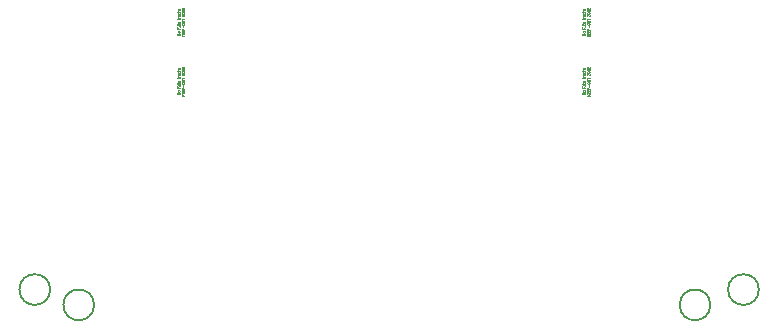
<source format=gbr>
%TF.GenerationSoftware,KiCad,Pcbnew,7.0.9*%
%TF.CreationDate,2023-12-20T17:33:09-07:00*%
%TF.ProjectId,vb_controller_pcb,76625f63-6f6e-4747-926f-6c6c65725f70,4a*%
%TF.SameCoordinates,Original*%
%TF.FileFunction,Other,Comment*%
%FSLAX46Y46*%
G04 Gerber Fmt 4.6, Leading zero omitted, Abs format (unit mm)*
G04 Created by KiCad (PCBNEW 7.0.9) date 2023-12-20 17:33:09*
%MOMM*%
%LPD*%
G01*
G04 APERTURE LIST*
%ADD10C,0.030000*%
%ADD11C,0.150000*%
G04 APERTURE END LIST*
D10*
X181770963Y-121240952D02*
X181570963Y-121240952D01*
X181570963Y-121240952D02*
X181770963Y-121126667D01*
X181770963Y-121126667D02*
X181570963Y-121126667D01*
X181770963Y-121002857D02*
X181761440Y-121021905D01*
X181761440Y-121021905D02*
X181751916Y-121031428D01*
X181751916Y-121031428D02*
X181732868Y-121040952D01*
X181732868Y-121040952D02*
X181675725Y-121040952D01*
X181675725Y-121040952D02*
X181656678Y-121031428D01*
X181656678Y-121031428D02*
X181647154Y-121021905D01*
X181647154Y-121021905D02*
X181637630Y-121002857D01*
X181637630Y-121002857D02*
X181637630Y-120974286D01*
X181637630Y-120974286D02*
X181647154Y-120955238D01*
X181647154Y-120955238D02*
X181656678Y-120945714D01*
X181656678Y-120945714D02*
X181675725Y-120936190D01*
X181675725Y-120936190D02*
X181732868Y-120936190D01*
X181732868Y-120936190D02*
X181751916Y-120945714D01*
X181751916Y-120945714D02*
X181761440Y-120955238D01*
X181761440Y-120955238D02*
X181770963Y-120974286D01*
X181770963Y-120974286D02*
X181770963Y-121002857D01*
X181666201Y-120631429D02*
X181666201Y-120698095D01*
X181770963Y-120698095D02*
X181570963Y-120698095D01*
X181570963Y-120698095D02*
X181570963Y-120602857D01*
X181751916Y-120526666D02*
X181761440Y-120517143D01*
X181761440Y-120517143D02*
X181770963Y-120526666D01*
X181770963Y-120526666D02*
X181761440Y-120536190D01*
X181761440Y-120536190D02*
X181751916Y-120526666D01*
X181751916Y-120526666D02*
X181770963Y-120526666D01*
X181751916Y-120317143D02*
X181761440Y-120326667D01*
X181761440Y-120326667D02*
X181770963Y-120355238D01*
X181770963Y-120355238D02*
X181770963Y-120374286D01*
X181770963Y-120374286D02*
X181761440Y-120402857D01*
X181761440Y-120402857D02*
X181742392Y-120421905D01*
X181742392Y-120421905D02*
X181723344Y-120431428D01*
X181723344Y-120431428D02*
X181685249Y-120440952D01*
X181685249Y-120440952D02*
X181656678Y-120440952D01*
X181656678Y-120440952D02*
X181618582Y-120431428D01*
X181618582Y-120431428D02*
X181599535Y-120421905D01*
X181599535Y-120421905D02*
X181580487Y-120402857D01*
X181580487Y-120402857D02*
X181570963Y-120374286D01*
X181570963Y-120374286D02*
X181570963Y-120355238D01*
X181570963Y-120355238D02*
X181580487Y-120326667D01*
X181580487Y-120326667D02*
X181590011Y-120317143D01*
X181637630Y-120145714D02*
X181770963Y-120145714D01*
X181637630Y-120231428D02*
X181742392Y-120231428D01*
X181742392Y-120231428D02*
X181761440Y-120221905D01*
X181761440Y-120221905D02*
X181770963Y-120202857D01*
X181770963Y-120202857D02*
X181770963Y-120174286D01*
X181770963Y-120174286D02*
X181761440Y-120155238D01*
X181761440Y-120155238D02*
X181751916Y-120145714D01*
X181637630Y-119926667D02*
X181637630Y-119850476D01*
X181570963Y-119898095D02*
X181742392Y-119898095D01*
X181742392Y-119898095D02*
X181761440Y-119888572D01*
X181761440Y-119888572D02*
X181770963Y-119869524D01*
X181770963Y-119869524D02*
X181770963Y-119850476D01*
X181770963Y-119783809D02*
X181637630Y-119783809D01*
X181675725Y-119783809D02*
X181656678Y-119774286D01*
X181656678Y-119774286D02*
X181647154Y-119764762D01*
X181647154Y-119764762D02*
X181637630Y-119745714D01*
X181637630Y-119745714D02*
X181637630Y-119726667D01*
X181770963Y-119574285D02*
X181666201Y-119574285D01*
X181666201Y-119574285D02*
X181647154Y-119583809D01*
X181647154Y-119583809D02*
X181637630Y-119602857D01*
X181637630Y-119602857D02*
X181637630Y-119640952D01*
X181637630Y-119640952D02*
X181647154Y-119659999D01*
X181761440Y-119574285D02*
X181770963Y-119593333D01*
X181770963Y-119593333D02*
X181770963Y-119640952D01*
X181770963Y-119640952D02*
X181761440Y-119659999D01*
X181761440Y-119659999D02*
X181742392Y-119669523D01*
X181742392Y-119669523D02*
X181723344Y-119669523D01*
X181723344Y-119669523D02*
X181704297Y-119659999D01*
X181704297Y-119659999D02*
X181694773Y-119640952D01*
X181694773Y-119640952D02*
X181694773Y-119593333D01*
X181694773Y-119593333D02*
X181685249Y-119574285D01*
X181761440Y-119393333D02*
X181770963Y-119412381D01*
X181770963Y-119412381D02*
X181770963Y-119450476D01*
X181770963Y-119450476D02*
X181761440Y-119469524D01*
X181761440Y-119469524D02*
X181751916Y-119479047D01*
X181751916Y-119479047D02*
X181732868Y-119488571D01*
X181732868Y-119488571D02*
X181675725Y-119488571D01*
X181675725Y-119488571D02*
X181656678Y-119479047D01*
X181656678Y-119479047D02*
X181647154Y-119469524D01*
X181647154Y-119469524D02*
X181637630Y-119450476D01*
X181637630Y-119450476D02*
X181637630Y-119412381D01*
X181637630Y-119412381D02*
X181647154Y-119393333D01*
X181770963Y-119307618D02*
X181570963Y-119307618D01*
X181694773Y-119288571D02*
X181770963Y-119231428D01*
X181637630Y-119231428D02*
X181713820Y-119307618D01*
X181761440Y-119155237D02*
X181770963Y-119136190D01*
X181770963Y-119136190D02*
X181770963Y-119098094D01*
X181770963Y-119098094D02*
X181761440Y-119079047D01*
X181761440Y-119079047D02*
X181742392Y-119069523D01*
X181742392Y-119069523D02*
X181732868Y-119069523D01*
X181732868Y-119069523D02*
X181713820Y-119079047D01*
X181713820Y-119079047D02*
X181704297Y-119098094D01*
X181704297Y-119098094D02*
X181704297Y-119126666D01*
X181704297Y-119126666D02*
X181694773Y-119145713D01*
X181694773Y-119145713D02*
X181675725Y-119155237D01*
X181675725Y-119155237D02*
X181666201Y-119155237D01*
X181666201Y-119155237D02*
X181647154Y-119145713D01*
X181647154Y-119145713D02*
X181637630Y-119126666D01*
X181637630Y-119126666D02*
X181637630Y-119098094D01*
X181637630Y-119098094D02*
X181647154Y-119079047D01*
X182170963Y-116374284D02*
X181970963Y-116374284D01*
X182170963Y-116259999D02*
X182056678Y-116345713D01*
X181970963Y-116259999D02*
X182085249Y-116374284D01*
X182066201Y-116174284D02*
X182066201Y-116107618D01*
X182170963Y-116079046D02*
X182170963Y-116174284D01*
X182170963Y-116174284D02*
X181970963Y-116174284D01*
X181970963Y-116174284D02*
X181970963Y-116079046D01*
X182066201Y-115993332D02*
X182066201Y-115926666D01*
X182170963Y-115898094D02*
X182170963Y-115993332D01*
X182170963Y-115993332D02*
X181970963Y-115993332D01*
X181970963Y-115993332D02*
X181970963Y-115898094D01*
X182170963Y-115812380D02*
X181970963Y-115812380D01*
X181970963Y-115812380D02*
X181970963Y-115736190D01*
X181970963Y-115736190D02*
X181980487Y-115717142D01*
X181980487Y-115717142D02*
X181990011Y-115707619D01*
X181990011Y-115707619D02*
X182009059Y-115698095D01*
X182009059Y-115698095D02*
X182037630Y-115698095D01*
X182037630Y-115698095D02*
X182056678Y-115707619D01*
X182056678Y-115707619D02*
X182066201Y-115717142D01*
X182066201Y-115717142D02*
X182075725Y-115736190D01*
X182075725Y-115736190D02*
X182075725Y-115812380D01*
X182094773Y-115612380D02*
X182094773Y-115460000D01*
X181970963Y-115326666D02*
X181970963Y-115288571D01*
X181970963Y-115288571D02*
X181980487Y-115269523D01*
X181980487Y-115269523D02*
X181999535Y-115250476D01*
X181999535Y-115250476D02*
X182037630Y-115240952D01*
X182037630Y-115240952D02*
X182104297Y-115240952D01*
X182104297Y-115240952D02*
X182142392Y-115250476D01*
X182142392Y-115250476D02*
X182161440Y-115269523D01*
X182161440Y-115269523D02*
X182170963Y-115288571D01*
X182170963Y-115288571D02*
X182170963Y-115326666D01*
X182170963Y-115326666D02*
X182161440Y-115345714D01*
X182161440Y-115345714D02*
X182142392Y-115364761D01*
X182142392Y-115364761D02*
X182104297Y-115374285D01*
X182104297Y-115374285D02*
X182037630Y-115374285D01*
X182037630Y-115374285D02*
X181999535Y-115364761D01*
X181999535Y-115364761D02*
X181980487Y-115345714D01*
X181980487Y-115345714D02*
X181970963Y-115326666D01*
X181970963Y-115155237D02*
X182132868Y-115155237D01*
X182132868Y-115155237D02*
X182151916Y-115145714D01*
X182151916Y-115145714D02*
X182161440Y-115136190D01*
X182161440Y-115136190D02*
X182170963Y-115117142D01*
X182170963Y-115117142D02*
X182170963Y-115079047D01*
X182170963Y-115079047D02*
X182161440Y-115059999D01*
X182161440Y-115059999D02*
X182151916Y-115050476D01*
X182151916Y-115050476D02*
X182132868Y-115040952D01*
X182132868Y-115040952D02*
X181970963Y-115040952D01*
X181970963Y-114974285D02*
X181970963Y-114859999D01*
X182170963Y-114917142D02*
X181970963Y-114917142D01*
X181970963Y-114659999D02*
X181970963Y-114526666D01*
X181970963Y-114526666D02*
X182170963Y-114659999D01*
X182170963Y-114659999D02*
X182170963Y-114526666D01*
X181970963Y-114412380D02*
X181970963Y-114374285D01*
X181970963Y-114374285D02*
X181980487Y-114355237D01*
X181980487Y-114355237D02*
X181999535Y-114336190D01*
X181999535Y-114336190D02*
X182037630Y-114326666D01*
X182037630Y-114326666D02*
X182104297Y-114326666D01*
X182104297Y-114326666D02*
X182142392Y-114336190D01*
X182142392Y-114336190D02*
X182161440Y-114355237D01*
X182161440Y-114355237D02*
X182170963Y-114374285D01*
X182170963Y-114374285D02*
X182170963Y-114412380D01*
X182170963Y-114412380D02*
X182161440Y-114431428D01*
X182161440Y-114431428D02*
X182142392Y-114450475D01*
X182142392Y-114450475D02*
X182104297Y-114459999D01*
X182104297Y-114459999D02*
X182037630Y-114459999D01*
X182037630Y-114459999D02*
X181999535Y-114450475D01*
X181999535Y-114450475D02*
X181980487Y-114431428D01*
X181980487Y-114431428D02*
X181970963Y-114412380D01*
X182170963Y-114240951D02*
X181970963Y-114240951D01*
X181970963Y-114240951D02*
X182170963Y-114126666D01*
X182170963Y-114126666D02*
X181970963Y-114126666D01*
X182066201Y-114031427D02*
X182066201Y-113964761D01*
X182170963Y-113936189D02*
X182170963Y-114031427D01*
X182170963Y-114031427D02*
X181970963Y-114031427D01*
X181970963Y-114031427D02*
X181970963Y-113936189D01*
X182170963Y-121374284D02*
X181970963Y-121374284D01*
X182170963Y-121259999D02*
X182056678Y-121345713D01*
X181970963Y-121259999D02*
X182085249Y-121374284D01*
X182066201Y-121174284D02*
X182066201Y-121107618D01*
X182170963Y-121079046D02*
X182170963Y-121174284D01*
X182170963Y-121174284D02*
X181970963Y-121174284D01*
X181970963Y-121174284D02*
X181970963Y-121079046D01*
X182066201Y-120993332D02*
X182066201Y-120926666D01*
X182170963Y-120898094D02*
X182170963Y-120993332D01*
X182170963Y-120993332D02*
X181970963Y-120993332D01*
X181970963Y-120993332D02*
X181970963Y-120898094D01*
X182170963Y-120812380D02*
X181970963Y-120812380D01*
X181970963Y-120812380D02*
X181970963Y-120736190D01*
X181970963Y-120736190D02*
X181980487Y-120717142D01*
X181980487Y-120717142D02*
X181990011Y-120707619D01*
X181990011Y-120707619D02*
X182009059Y-120698095D01*
X182009059Y-120698095D02*
X182037630Y-120698095D01*
X182037630Y-120698095D02*
X182056678Y-120707619D01*
X182056678Y-120707619D02*
X182066201Y-120717142D01*
X182066201Y-120717142D02*
X182075725Y-120736190D01*
X182075725Y-120736190D02*
X182075725Y-120812380D01*
X182094773Y-120612380D02*
X182094773Y-120460000D01*
X181970963Y-120326666D02*
X181970963Y-120288571D01*
X181970963Y-120288571D02*
X181980487Y-120269523D01*
X181980487Y-120269523D02*
X181999535Y-120250476D01*
X181999535Y-120250476D02*
X182037630Y-120240952D01*
X182037630Y-120240952D02*
X182104297Y-120240952D01*
X182104297Y-120240952D02*
X182142392Y-120250476D01*
X182142392Y-120250476D02*
X182161440Y-120269523D01*
X182161440Y-120269523D02*
X182170963Y-120288571D01*
X182170963Y-120288571D02*
X182170963Y-120326666D01*
X182170963Y-120326666D02*
X182161440Y-120345714D01*
X182161440Y-120345714D02*
X182142392Y-120364761D01*
X182142392Y-120364761D02*
X182104297Y-120374285D01*
X182104297Y-120374285D02*
X182037630Y-120374285D01*
X182037630Y-120374285D02*
X181999535Y-120364761D01*
X181999535Y-120364761D02*
X181980487Y-120345714D01*
X181980487Y-120345714D02*
X181970963Y-120326666D01*
X181970963Y-120155237D02*
X182132868Y-120155237D01*
X182132868Y-120155237D02*
X182151916Y-120145714D01*
X182151916Y-120145714D02*
X182161440Y-120136190D01*
X182161440Y-120136190D02*
X182170963Y-120117142D01*
X182170963Y-120117142D02*
X182170963Y-120079047D01*
X182170963Y-120079047D02*
X182161440Y-120059999D01*
X182161440Y-120059999D02*
X182151916Y-120050476D01*
X182151916Y-120050476D02*
X182132868Y-120040952D01*
X182132868Y-120040952D02*
X181970963Y-120040952D01*
X181970963Y-119974285D02*
X181970963Y-119859999D01*
X182170963Y-119917142D02*
X181970963Y-119917142D01*
X181970963Y-119659999D02*
X181970963Y-119526666D01*
X181970963Y-119526666D02*
X182170963Y-119659999D01*
X182170963Y-119659999D02*
X182170963Y-119526666D01*
X181970963Y-119412380D02*
X181970963Y-119374285D01*
X181970963Y-119374285D02*
X181980487Y-119355237D01*
X181980487Y-119355237D02*
X181999535Y-119336190D01*
X181999535Y-119336190D02*
X182037630Y-119326666D01*
X182037630Y-119326666D02*
X182104297Y-119326666D01*
X182104297Y-119326666D02*
X182142392Y-119336190D01*
X182142392Y-119336190D02*
X182161440Y-119355237D01*
X182161440Y-119355237D02*
X182170963Y-119374285D01*
X182170963Y-119374285D02*
X182170963Y-119412380D01*
X182170963Y-119412380D02*
X182161440Y-119431428D01*
X182161440Y-119431428D02*
X182142392Y-119450475D01*
X182142392Y-119450475D02*
X182104297Y-119459999D01*
X182104297Y-119459999D02*
X182037630Y-119459999D01*
X182037630Y-119459999D02*
X181999535Y-119450475D01*
X181999535Y-119450475D02*
X181980487Y-119431428D01*
X181980487Y-119431428D02*
X181970963Y-119412380D01*
X182170963Y-119240951D02*
X181970963Y-119240951D01*
X181970963Y-119240951D02*
X182170963Y-119126666D01*
X182170963Y-119126666D02*
X181970963Y-119126666D01*
X182066201Y-119031427D02*
X182066201Y-118964761D01*
X182170963Y-118936189D02*
X182170963Y-119031427D01*
X182170963Y-119031427D02*
X181970963Y-119031427D01*
X181970963Y-119031427D02*
X181970963Y-118936189D01*
X181770963Y-116240952D02*
X181570963Y-116240952D01*
X181570963Y-116240952D02*
X181770963Y-116126667D01*
X181770963Y-116126667D02*
X181570963Y-116126667D01*
X181770963Y-116002857D02*
X181761440Y-116021905D01*
X181761440Y-116021905D02*
X181751916Y-116031428D01*
X181751916Y-116031428D02*
X181732868Y-116040952D01*
X181732868Y-116040952D02*
X181675725Y-116040952D01*
X181675725Y-116040952D02*
X181656678Y-116031428D01*
X181656678Y-116031428D02*
X181647154Y-116021905D01*
X181647154Y-116021905D02*
X181637630Y-116002857D01*
X181637630Y-116002857D02*
X181637630Y-115974286D01*
X181637630Y-115974286D02*
X181647154Y-115955238D01*
X181647154Y-115955238D02*
X181656678Y-115945714D01*
X181656678Y-115945714D02*
X181675725Y-115936190D01*
X181675725Y-115936190D02*
X181732868Y-115936190D01*
X181732868Y-115936190D02*
X181751916Y-115945714D01*
X181751916Y-115945714D02*
X181761440Y-115955238D01*
X181761440Y-115955238D02*
X181770963Y-115974286D01*
X181770963Y-115974286D02*
X181770963Y-116002857D01*
X181666201Y-115631429D02*
X181666201Y-115698095D01*
X181770963Y-115698095D02*
X181570963Y-115698095D01*
X181570963Y-115698095D02*
X181570963Y-115602857D01*
X181751916Y-115526666D02*
X181761440Y-115517143D01*
X181761440Y-115517143D02*
X181770963Y-115526666D01*
X181770963Y-115526666D02*
X181761440Y-115536190D01*
X181761440Y-115536190D02*
X181751916Y-115526666D01*
X181751916Y-115526666D02*
X181770963Y-115526666D01*
X181751916Y-115317143D02*
X181761440Y-115326667D01*
X181761440Y-115326667D02*
X181770963Y-115355238D01*
X181770963Y-115355238D02*
X181770963Y-115374286D01*
X181770963Y-115374286D02*
X181761440Y-115402857D01*
X181761440Y-115402857D02*
X181742392Y-115421905D01*
X181742392Y-115421905D02*
X181723344Y-115431428D01*
X181723344Y-115431428D02*
X181685249Y-115440952D01*
X181685249Y-115440952D02*
X181656678Y-115440952D01*
X181656678Y-115440952D02*
X181618582Y-115431428D01*
X181618582Y-115431428D02*
X181599535Y-115421905D01*
X181599535Y-115421905D02*
X181580487Y-115402857D01*
X181580487Y-115402857D02*
X181570963Y-115374286D01*
X181570963Y-115374286D02*
X181570963Y-115355238D01*
X181570963Y-115355238D02*
X181580487Y-115326667D01*
X181580487Y-115326667D02*
X181590011Y-115317143D01*
X181637630Y-115145714D02*
X181770963Y-115145714D01*
X181637630Y-115231428D02*
X181742392Y-115231428D01*
X181742392Y-115231428D02*
X181761440Y-115221905D01*
X181761440Y-115221905D02*
X181770963Y-115202857D01*
X181770963Y-115202857D02*
X181770963Y-115174286D01*
X181770963Y-115174286D02*
X181761440Y-115155238D01*
X181761440Y-115155238D02*
X181751916Y-115145714D01*
X181637630Y-114926667D02*
X181637630Y-114850476D01*
X181570963Y-114898095D02*
X181742392Y-114898095D01*
X181742392Y-114898095D02*
X181761440Y-114888572D01*
X181761440Y-114888572D02*
X181770963Y-114869524D01*
X181770963Y-114869524D02*
X181770963Y-114850476D01*
X181770963Y-114783809D02*
X181637630Y-114783809D01*
X181675725Y-114783809D02*
X181656678Y-114774286D01*
X181656678Y-114774286D02*
X181647154Y-114764762D01*
X181647154Y-114764762D02*
X181637630Y-114745714D01*
X181637630Y-114745714D02*
X181637630Y-114726667D01*
X181770963Y-114574285D02*
X181666201Y-114574285D01*
X181666201Y-114574285D02*
X181647154Y-114583809D01*
X181647154Y-114583809D02*
X181637630Y-114602857D01*
X181637630Y-114602857D02*
X181637630Y-114640952D01*
X181637630Y-114640952D02*
X181647154Y-114659999D01*
X181761440Y-114574285D02*
X181770963Y-114593333D01*
X181770963Y-114593333D02*
X181770963Y-114640952D01*
X181770963Y-114640952D02*
X181761440Y-114659999D01*
X181761440Y-114659999D02*
X181742392Y-114669523D01*
X181742392Y-114669523D02*
X181723344Y-114669523D01*
X181723344Y-114669523D02*
X181704297Y-114659999D01*
X181704297Y-114659999D02*
X181694773Y-114640952D01*
X181694773Y-114640952D02*
X181694773Y-114593333D01*
X181694773Y-114593333D02*
X181685249Y-114574285D01*
X181761440Y-114393333D02*
X181770963Y-114412381D01*
X181770963Y-114412381D02*
X181770963Y-114450476D01*
X181770963Y-114450476D02*
X181761440Y-114469524D01*
X181761440Y-114469524D02*
X181751916Y-114479047D01*
X181751916Y-114479047D02*
X181732868Y-114488571D01*
X181732868Y-114488571D02*
X181675725Y-114488571D01*
X181675725Y-114488571D02*
X181656678Y-114479047D01*
X181656678Y-114479047D02*
X181647154Y-114469524D01*
X181647154Y-114469524D02*
X181637630Y-114450476D01*
X181637630Y-114450476D02*
X181637630Y-114412381D01*
X181637630Y-114412381D02*
X181647154Y-114393333D01*
X181770963Y-114307618D02*
X181570963Y-114307618D01*
X181694773Y-114288571D02*
X181770963Y-114231428D01*
X181637630Y-114231428D02*
X181713820Y-114307618D01*
X181761440Y-114155237D02*
X181770963Y-114136190D01*
X181770963Y-114136190D02*
X181770963Y-114098094D01*
X181770963Y-114098094D02*
X181761440Y-114079047D01*
X181761440Y-114079047D02*
X181742392Y-114069523D01*
X181742392Y-114069523D02*
X181732868Y-114069523D01*
X181732868Y-114069523D02*
X181713820Y-114079047D01*
X181713820Y-114079047D02*
X181704297Y-114098094D01*
X181704297Y-114098094D02*
X181704297Y-114126666D01*
X181704297Y-114126666D02*
X181694773Y-114145713D01*
X181694773Y-114145713D02*
X181675725Y-114155237D01*
X181675725Y-114155237D02*
X181666201Y-114155237D01*
X181666201Y-114155237D02*
X181647154Y-114145713D01*
X181647154Y-114145713D02*
X181637630Y-114126666D01*
X181637630Y-114126666D02*
X181637630Y-114098094D01*
X181637630Y-114098094D02*
X181647154Y-114079047D01*
X147866461Y-121374284D02*
X147666461Y-121374284D01*
X147866461Y-121259999D02*
X147752176Y-121345713D01*
X147666461Y-121259999D02*
X147780747Y-121374284D01*
X147761699Y-121174284D02*
X147761699Y-121107618D01*
X147866461Y-121079046D02*
X147866461Y-121174284D01*
X147866461Y-121174284D02*
X147666461Y-121174284D01*
X147666461Y-121174284D02*
X147666461Y-121079046D01*
X147761699Y-120993332D02*
X147761699Y-120926666D01*
X147866461Y-120898094D02*
X147866461Y-120993332D01*
X147866461Y-120993332D02*
X147666461Y-120993332D01*
X147666461Y-120993332D02*
X147666461Y-120898094D01*
X147866461Y-120812380D02*
X147666461Y-120812380D01*
X147666461Y-120812380D02*
X147666461Y-120736190D01*
X147666461Y-120736190D02*
X147675985Y-120717142D01*
X147675985Y-120717142D02*
X147685509Y-120707619D01*
X147685509Y-120707619D02*
X147704557Y-120698095D01*
X147704557Y-120698095D02*
X147733128Y-120698095D01*
X147733128Y-120698095D02*
X147752176Y-120707619D01*
X147752176Y-120707619D02*
X147761699Y-120717142D01*
X147761699Y-120717142D02*
X147771223Y-120736190D01*
X147771223Y-120736190D02*
X147771223Y-120812380D01*
X147790271Y-120612380D02*
X147790271Y-120460000D01*
X147666461Y-120326666D02*
X147666461Y-120288571D01*
X147666461Y-120288571D02*
X147675985Y-120269523D01*
X147675985Y-120269523D02*
X147695033Y-120250476D01*
X147695033Y-120250476D02*
X147733128Y-120240952D01*
X147733128Y-120240952D02*
X147799795Y-120240952D01*
X147799795Y-120240952D02*
X147837890Y-120250476D01*
X147837890Y-120250476D02*
X147856938Y-120269523D01*
X147856938Y-120269523D02*
X147866461Y-120288571D01*
X147866461Y-120288571D02*
X147866461Y-120326666D01*
X147866461Y-120326666D02*
X147856938Y-120345714D01*
X147856938Y-120345714D02*
X147837890Y-120364761D01*
X147837890Y-120364761D02*
X147799795Y-120374285D01*
X147799795Y-120374285D02*
X147733128Y-120374285D01*
X147733128Y-120374285D02*
X147695033Y-120364761D01*
X147695033Y-120364761D02*
X147675985Y-120345714D01*
X147675985Y-120345714D02*
X147666461Y-120326666D01*
X147666461Y-120155237D02*
X147828366Y-120155237D01*
X147828366Y-120155237D02*
X147847414Y-120145714D01*
X147847414Y-120145714D02*
X147856938Y-120136190D01*
X147856938Y-120136190D02*
X147866461Y-120117142D01*
X147866461Y-120117142D02*
X147866461Y-120079047D01*
X147866461Y-120079047D02*
X147856938Y-120059999D01*
X147856938Y-120059999D02*
X147847414Y-120050476D01*
X147847414Y-120050476D02*
X147828366Y-120040952D01*
X147828366Y-120040952D02*
X147666461Y-120040952D01*
X147666461Y-119974285D02*
X147666461Y-119859999D01*
X147866461Y-119917142D02*
X147666461Y-119917142D01*
X147666461Y-119659999D02*
X147666461Y-119526666D01*
X147666461Y-119526666D02*
X147866461Y-119659999D01*
X147866461Y-119659999D02*
X147866461Y-119526666D01*
X147666461Y-119412380D02*
X147666461Y-119374285D01*
X147666461Y-119374285D02*
X147675985Y-119355237D01*
X147675985Y-119355237D02*
X147695033Y-119336190D01*
X147695033Y-119336190D02*
X147733128Y-119326666D01*
X147733128Y-119326666D02*
X147799795Y-119326666D01*
X147799795Y-119326666D02*
X147837890Y-119336190D01*
X147837890Y-119336190D02*
X147856938Y-119355237D01*
X147856938Y-119355237D02*
X147866461Y-119374285D01*
X147866461Y-119374285D02*
X147866461Y-119412380D01*
X147866461Y-119412380D02*
X147856938Y-119431428D01*
X147856938Y-119431428D02*
X147837890Y-119450475D01*
X147837890Y-119450475D02*
X147799795Y-119459999D01*
X147799795Y-119459999D02*
X147733128Y-119459999D01*
X147733128Y-119459999D02*
X147695033Y-119450475D01*
X147695033Y-119450475D02*
X147675985Y-119431428D01*
X147675985Y-119431428D02*
X147666461Y-119412380D01*
X147866461Y-119240951D02*
X147666461Y-119240951D01*
X147666461Y-119240951D02*
X147866461Y-119126666D01*
X147866461Y-119126666D02*
X147666461Y-119126666D01*
X147761699Y-119031427D02*
X147761699Y-118964761D01*
X147866461Y-118936189D02*
X147866461Y-119031427D01*
X147866461Y-119031427D02*
X147666461Y-119031427D01*
X147666461Y-119031427D02*
X147666461Y-118936189D01*
X147466461Y-116240952D02*
X147266461Y-116240952D01*
X147266461Y-116240952D02*
X147466461Y-116126667D01*
X147466461Y-116126667D02*
X147266461Y-116126667D01*
X147466461Y-116002857D02*
X147456938Y-116021905D01*
X147456938Y-116021905D02*
X147447414Y-116031428D01*
X147447414Y-116031428D02*
X147428366Y-116040952D01*
X147428366Y-116040952D02*
X147371223Y-116040952D01*
X147371223Y-116040952D02*
X147352176Y-116031428D01*
X147352176Y-116031428D02*
X147342652Y-116021905D01*
X147342652Y-116021905D02*
X147333128Y-116002857D01*
X147333128Y-116002857D02*
X147333128Y-115974286D01*
X147333128Y-115974286D02*
X147342652Y-115955238D01*
X147342652Y-115955238D02*
X147352176Y-115945714D01*
X147352176Y-115945714D02*
X147371223Y-115936190D01*
X147371223Y-115936190D02*
X147428366Y-115936190D01*
X147428366Y-115936190D02*
X147447414Y-115945714D01*
X147447414Y-115945714D02*
X147456938Y-115955238D01*
X147456938Y-115955238D02*
X147466461Y-115974286D01*
X147466461Y-115974286D02*
X147466461Y-116002857D01*
X147361699Y-115631429D02*
X147361699Y-115698095D01*
X147466461Y-115698095D02*
X147266461Y-115698095D01*
X147266461Y-115698095D02*
X147266461Y-115602857D01*
X147447414Y-115526666D02*
X147456938Y-115517143D01*
X147456938Y-115517143D02*
X147466461Y-115526666D01*
X147466461Y-115526666D02*
X147456938Y-115536190D01*
X147456938Y-115536190D02*
X147447414Y-115526666D01*
X147447414Y-115526666D02*
X147466461Y-115526666D01*
X147447414Y-115317143D02*
X147456938Y-115326667D01*
X147456938Y-115326667D02*
X147466461Y-115355238D01*
X147466461Y-115355238D02*
X147466461Y-115374286D01*
X147466461Y-115374286D02*
X147456938Y-115402857D01*
X147456938Y-115402857D02*
X147437890Y-115421905D01*
X147437890Y-115421905D02*
X147418842Y-115431428D01*
X147418842Y-115431428D02*
X147380747Y-115440952D01*
X147380747Y-115440952D02*
X147352176Y-115440952D01*
X147352176Y-115440952D02*
X147314080Y-115431428D01*
X147314080Y-115431428D02*
X147295033Y-115421905D01*
X147295033Y-115421905D02*
X147275985Y-115402857D01*
X147275985Y-115402857D02*
X147266461Y-115374286D01*
X147266461Y-115374286D02*
X147266461Y-115355238D01*
X147266461Y-115355238D02*
X147275985Y-115326667D01*
X147275985Y-115326667D02*
X147285509Y-115317143D01*
X147333128Y-115145714D02*
X147466461Y-115145714D01*
X147333128Y-115231428D02*
X147437890Y-115231428D01*
X147437890Y-115231428D02*
X147456938Y-115221905D01*
X147456938Y-115221905D02*
X147466461Y-115202857D01*
X147466461Y-115202857D02*
X147466461Y-115174286D01*
X147466461Y-115174286D02*
X147456938Y-115155238D01*
X147456938Y-115155238D02*
X147447414Y-115145714D01*
X147333128Y-114926667D02*
X147333128Y-114850476D01*
X147266461Y-114898095D02*
X147437890Y-114898095D01*
X147437890Y-114898095D02*
X147456938Y-114888572D01*
X147456938Y-114888572D02*
X147466461Y-114869524D01*
X147466461Y-114869524D02*
X147466461Y-114850476D01*
X147466461Y-114783809D02*
X147333128Y-114783809D01*
X147371223Y-114783809D02*
X147352176Y-114774286D01*
X147352176Y-114774286D02*
X147342652Y-114764762D01*
X147342652Y-114764762D02*
X147333128Y-114745714D01*
X147333128Y-114745714D02*
X147333128Y-114726667D01*
X147466461Y-114574285D02*
X147361699Y-114574285D01*
X147361699Y-114574285D02*
X147342652Y-114583809D01*
X147342652Y-114583809D02*
X147333128Y-114602857D01*
X147333128Y-114602857D02*
X147333128Y-114640952D01*
X147333128Y-114640952D02*
X147342652Y-114659999D01*
X147456938Y-114574285D02*
X147466461Y-114593333D01*
X147466461Y-114593333D02*
X147466461Y-114640952D01*
X147466461Y-114640952D02*
X147456938Y-114659999D01*
X147456938Y-114659999D02*
X147437890Y-114669523D01*
X147437890Y-114669523D02*
X147418842Y-114669523D01*
X147418842Y-114669523D02*
X147399795Y-114659999D01*
X147399795Y-114659999D02*
X147390271Y-114640952D01*
X147390271Y-114640952D02*
X147390271Y-114593333D01*
X147390271Y-114593333D02*
X147380747Y-114574285D01*
X147456938Y-114393333D02*
X147466461Y-114412381D01*
X147466461Y-114412381D02*
X147466461Y-114450476D01*
X147466461Y-114450476D02*
X147456938Y-114469524D01*
X147456938Y-114469524D02*
X147447414Y-114479047D01*
X147447414Y-114479047D02*
X147428366Y-114488571D01*
X147428366Y-114488571D02*
X147371223Y-114488571D01*
X147371223Y-114488571D02*
X147352176Y-114479047D01*
X147352176Y-114479047D02*
X147342652Y-114469524D01*
X147342652Y-114469524D02*
X147333128Y-114450476D01*
X147333128Y-114450476D02*
X147333128Y-114412381D01*
X147333128Y-114412381D02*
X147342652Y-114393333D01*
X147466461Y-114307618D02*
X147266461Y-114307618D01*
X147390271Y-114288571D02*
X147466461Y-114231428D01*
X147333128Y-114231428D02*
X147409318Y-114307618D01*
X147456938Y-114155237D02*
X147466461Y-114136190D01*
X147466461Y-114136190D02*
X147466461Y-114098094D01*
X147466461Y-114098094D02*
X147456938Y-114079047D01*
X147456938Y-114079047D02*
X147437890Y-114069523D01*
X147437890Y-114069523D02*
X147428366Y-114069523D01*
X147428366Y-114069523D02*
X147409318Y-114079047D01*
X147409318Y-114079047D02*
X147399795Y-114098094D01*
X147399795Y-114098094D02*
X147399795Y-114126666D01*
X147399795Y-114126666D02*
X147390271Y-114145713D01*
X147390271Y-114145713D02*
X147371223Y-114155237D01*
X147371223Y-114155237D02*
X147361699Y-114155237D01*
X147361699Y-114155237D02*
X147342652Y-114145713D01*
X147342652Y-114145713D02*
X147333128Y-114126666D01*
X147333128Y-114126666D02*
X147333128Y-114098094D01*
X147333128Y-114098094D02*
X147342652Y-114079047D01*
X147466461Y-121240952D02*
X147266461Y-121240952D01*
X147266461Y-121240952D02*
X147466461Y-121126667D01*
X147466461Y-121126667D02*
X147266461Y-121126667D01*
X147466461Y-121002857D02*
X147456938Y-121021905D01*
X147456938Y-121021905D02*
X147447414Y-121031428D01*
X147447414Y-121031428D02*
X147428366Y-121040952D01*
X147428366Y-121040952D02*
X147371223Y-121040952D01*
X147371223Y-121040952D02*
X147352176Y-121031428D01*
X147352176Y-121031428D02*
X147342652Y-121021905D01*
X147342652Y-121021905D02*
X147333128Y-121002857D01*
X147333128Y-121002857D02*
X147333128Y-120974286D01*
X147333128Y-120974286D02*
X147342652Y-120955238D01*
X147342652Y-120955238D02*
X147352176Y-120945714D01*
X147352176Y-120945714D02*
X147371223Y-120936190D01*
X147371223Y-120936190D02*
X147428366Y-120936190D01*
X147428366Y-120936190D02*
X147447414Y-120945714D01*
X147447414Y-120945714D02*
X147456938Y-120955238D01*
X147456938Y-120955238D02*
X147466461Y-120974286D01*
X147466461Y-120974286D02*
X147466461Y-121002857D01*
X147361699Y-120631429D02*
X147361699Y-120698095D01*
X147466461Y-120698095D02*
X147266461Y-120698095D01*
X147266461Y-120698095D02*
X147266461Y-120602857D01*
X147447414Y-120526666D02*
X147456938Y-120517143D01*
X147456938Y-120517143D02*
X147466461Y-120526666D01*
X147466461Y-120526666D02*
X147456938Y-120536190D01*
X147456938Y-120536190D02*
X147447414Y-120526666D01*
X147447414Y-120526666D02*
X147466461Y-120526666D01*
X147447414Y-120317143D02*
X147456938Y-120326667D01*
X147456938Y-120326667D02*
X147466461Y-120355238D01*
X147466461Y-120355238D02*
X147466461Y-120374286D01*
X147466461Y-120374286D02*
X147456938Y-120402857D01*
X147456938Y-120402857D02*
X147437890Y-120421905D01*
X147437890Y-120421905D02*
X147418842Y-120431428D01*
X147418842Y-120431428D02*
X147380747Y-120440952D01*
X147380747Y-120440952D02*
X147352176Y-120440952D01*
X147352176Y-120440952D02*
X147314080Y-120431428D01*
X147314080Y-120431428D02*
X147295033Y-120421905D01*
X147295033Y-120421905D02*
X147275985Y-120402857D01*
X147275985Y-120402857D02*
X147266461Y-120374286D01*
X147266461Y-120374286D02*
X147266461Y-120355238D01*
X147266461Y-120355238D02*
X147275985Y-120326667D01*
X147275985Y-120326667D02*
X147285509Y-120317143D01*
X147333128Y-120145714D02*
X147466461Y-120145714D01*
X147333128Y-120231428D02*
X147437890Y-120231428D01*
X147437890Y-120231428D02*
X147456938Y-120221905D01*
X147456938Y-120221905D02*
X147466461Y-120202857D01*
X147466461Y-120202857D02*
X147466461Y-120174286D01*
X147466461Y-120174286D02*
X147456938Y-120155238D01*
X147456938Y-120155238D02*
X147447414Y-120145714D01*
X147333128Y-119926667D02*
X147333128Y-119850476D01*
X147266461Y-119898095D02*
X147437890Y-119898095D01*
X147437890Y-119898095D02*
X147456938Y-119888572D01*
X147456938Y-119888572D02*
X147466461Y-119869524D01*
X147466461Y-119869524D02*
X147466461Y-119850476D01*
X147466461Y-119783809D02*
X147333128Y-119783809D01*
X147371223Y-119783809D02*
X147352176Y-119774286D01*
X147352176Y-119774286D02*
X147342652Y-119764762D01*
X147342652Y-119764762D02*
X147333128Y-119745714D01*
X147333128Y-119745714D02*
X147333128Y-119726667D01*
X147466461Y-119574285D02*
X147361699Y-119574285D01*
X147361699Y-119574285D02*
X147342652Y-119583809D01*
X147342652Y-119583809D02*
X147333128Y-119602857D01*
X147333128Y-119602857D02*
X147333128Y-119640952D01*
X147333128Y-119640952D02*
X147342652Y-119659999D01*
X147456938Y-119574285D02*
X147466461Y-119593333D01*
X147466461Y-119593333D02*
X147466461Y-119640952D01*
X147466461Y-119640952D02*
X147456938Y-119659999D01*
X147456938Y-119659999D02*
X147437890Y-119669523D01*
X147437890Y-119669523D02*
X147418842Y-119669523D01*
X147418842Y-119669523D02*
X147399795Y-119659999D01*
X147399795Y-119659999D02*
X147390271Y-119640952D01*
X147390271Y-119640952D02*
X147390271Y-119593333D01*
X147390271Y-119593333D02*
X147380747Y-119574285D01*
X147456938Y-119393333D02*
X147466461Y-119412381D01*
X147466461Y-119412381D02*
X147466461Y-119450476D01*
X147466461Y-119450476D02*
X147456938Y-119469524D01*
X147456938Y-119469524D02*
X147447414Y-119479047D01*
X147447414Y-119479047D02*
X147428366Y-119488571D01*
X147428366Y-119488571D02*
X147371223Y-119488571D01*
X147371223Y-119488571D02*
X147352176Y-119479047D01*
X147352176Y-119479047D02*
X147342652Y-119469524D01*
X147342652Y-119469524D02*
X147333128Y-119450476D01*
X147333128Y-119450476D02*
X147333128Y-119412381D01*
X147333128Y-119412381D02*
X147342652Y-119393333D01*
X147466461Y-119307618D02*
X147266461Y-119307618D01*
X147390271Y-119288571D02*
X147466461Y-119231428D01*
X147333128Y-119231428D02*
X147409318Y-119307618D01*
X147456938Y-119155237D02*
X147466461Y-119136190D01*
X147466461Y-119136190D02*
X147466461Y-119098094D01*
X147466461Y-119098094D02*
X147456938Y-119079047D01*
X147456938Y-119079047D02*
X147437890Y-119069523D01*
X147437890Y-119069523D02*
X147428366Y-119069523D01*
X147428366Y-119069523D02*
X147409318Y-119079047D01*
X147409318Y-119079047D02*
X147399795Y-119098094D01*
X147399795Y-119098094D02*
X147399795Y-119126666D01*
X147399795Y-119126666D02*
X147390271Y-119145713D01*
X147390271Y-119145713D02*
X147371223Y-119155237D01*
X147371223Y-119155237D02*
X147361699Y-119155237D01*
X147361699Y-119155237D02*
X147342652Y-119145713D01*
X147342652Y-119145713D02*
X147333128Y-119126666D01*
X147333128Y-119126666D02*
X147333128Y-119098094D01*
X147333128Y-119098094D02*
X147342652Y-119079047D01*
X147866461Y-116374284D02*
X147666461Y-116374284D01*
X147866461Y-116259999D02*
X147752176Y-116345713D01*
X147666461Y-116259999D02*
X147780747Y-116374284D01*
X147761699Y-116174284D02*
X147761699Y-116107618D01*
X147866461Y-116079046D02*
X147866461Y-116174284D01*
X147866461Y-116174284D02*
X147666461Y-116174284D01*
X147666461Y-116174284D02*
X147666461Y-116079046D01*
X147761699Y-115993332D02*
X147761699Y-115926666D01*
X147866461Y-115898094D02*
X147866461Y-115993332D01*
X147866461Y-115993332D02*
X147666461Y-115993332D01*
X147666461Y-115993332D02*
X147666461Y-115898094D01*
X147866461Y-115812380D02*
X147666461Y-115812380D01*
X147666461Y-115812380D02*
X147666461Y-115736190D01*
X147666461Y-115736190D02*
X147675985Y-115717142D01*
X147675985Y-115717142D02*
X147685509Y-115707619D01*
X147685509Y-115707619D02*
X147704557Y-115698095D01*
X147704557Y-115698095D02*
X147733128Y-115698095D01*
X147733128Y-115698095D02*
X147752176Y-115707619D01*
X147752176Y-115707619D02*
X147761699Y-115717142D01*
X147761699Y-115717142D02*
X147771223Y-115736190D01*
X147771223Y-115736190D02*
X147771223Y-115812380D01*
X147790271Y-115612380D02*
X147790271Y-115460000D01*
X147666461Y-115326666D02*
X147666461Y-115288571D01*
X147666461Y-115288571D02*
X147675985Y-115269523D01*
X147675985Y-115269523D02*
X147695033Y-115250476D01*
X147695033Y-115250476D02*
X147733128Y-115240952D01*
X147733128Y-115240952D02*
X147799795Y-115240952D01*
X147799795Y-115240952D02*
X147837890Y-115250476D01*
X147837890Y-115250476D02*
X147856938Y-115269523D01*
X147856938Y-115269523D02*
X147866461Y-115288571D01*
X147866461Y-115288571D02*
X147866461Y-115326666D01*
X147866461Y-115326666D02*
X147856938Y-115345714D01*
X147856938Y-115345714D02*
X147837890Y-115364761D01*
X147837890Y-115364761D02*
X147799795Y-115374285D01*
X147799795Y-115374285D02*
X147733128Y-115374285D01*
X147733128Y-115374285D02*
X147695033Y-115364761D01*
X147695033Y-115364761D02*
X147675985Y-115345714D01*
X147675985Y-115345714D02*
X147666461Y-115326666D01*
X147666461Y-115155237D02*
X147828366Y-115155237D01*
X147828366Y-115155237D02*
X147847414Y-115145714D01*
X147847414Y-115145714D02*
X147856938Y-115136190D01*
X147856938Y-115136190D02*
X147866461Y-115117142D01*
X147866461Y-115117142D02*
X147866461Y-115079047D01*
X147866461Y-115079047D02*
X147856938Y-115059999D01*
X147856938Y-115059999D02*
X147847414Y-115050476D01*
X147847414Y-115050476D02*
X147828366Y-115040952D01*
X147828366Y-115040952D02*
X147666461Y-115040952D01*
X147666461Y-114974285D02*
X147666461Y-114859999D01*
X147866461Y-114917142D02*
X147666461Y-114917142D01*
X147666461Y-114659999D02*
X147666461Y-114526666D01*
X147666461Y-114526666D02*
X147866461Y-114659999D01*
X147866461Y-114659999D02*
X147866461Y-114526666D01*
X147666461Y-114412380D02*
X147666461Y-114374285D01*
X147666461Y-114374285D02*
X147675985Y-114355237D01*
X147675985Y-114355237D02*
X147695033Y-114336190D01*
X147695033Y-114336190D02*
X147733128Y-114326666D01*
X147733128Y-114326666D02*
X147799795Y-114326666D01*
X147799795Y-114326666D02*
X147837890Y-114336190D01*
X147837890Y-114336190D02*
X147856938Y-114355237D01*
X147856938Y-114355237D02*
X147866461Y-114374285D01*
X147866461Y-114374285D02*
X147866461Y-114412380D01*
X147866461Y-114412380D02*
X147856938Y-114431428D01*
X147856938Y-114431428D02*
X147837890Y-114450475D01*
X147837890Y-114450475D02*
X147799795Y-114459999D01*
X147799795Y-114459999D02*
X147733128Y-114459999D01*
X147733128Y-114459999D02*
X147695033Y-114450475D01*
X147695033Y-114450475D02*
X147675985Y-114431428D01*
X147675985Y-114431428D02*
X147666461Y-114412380D01*
X147866461Y-114240951D02*
X147666461Y-114240951D01*
X147666461Y-114240951D02*
X147866461Y-114126666D01*
X147866461Y-114126666D02*
X147666461Y-114126666D01*
X147761699Y-114031427D02*
X147761699Y-113964761D01*
X147866461Y-113936189D02*
X147866461Y-114031427D01*
X147866461Y-114031427D02*
X147666461Y-114031427D01*
X147666461Y-114031427D02*
X147666461Y-113936189D01*
D11*
%TO.C,JW1*%
X196500000Y-137800000D02*
G75*
G03*
X196500000Y-137800000I-1300000J0D01*
G01*
%TO.C,JW4*%
X140223677Y-139100000D02*
G75*
G03*
X140223677Y-139100000I-1300000J0D01*
G01*
%TO.C,JW3*%
X192400000Y-139100000D02*
G75*
G03*
X192400000Y-139100000I-1300000J0D01*
G01*
%TO.C,JW2*%
X136500000Y-137800000D02*
G75*
G03*
X136500000Y-137800000I-1300000J0D01*
G01*
%TD*%
M02*

</source>
